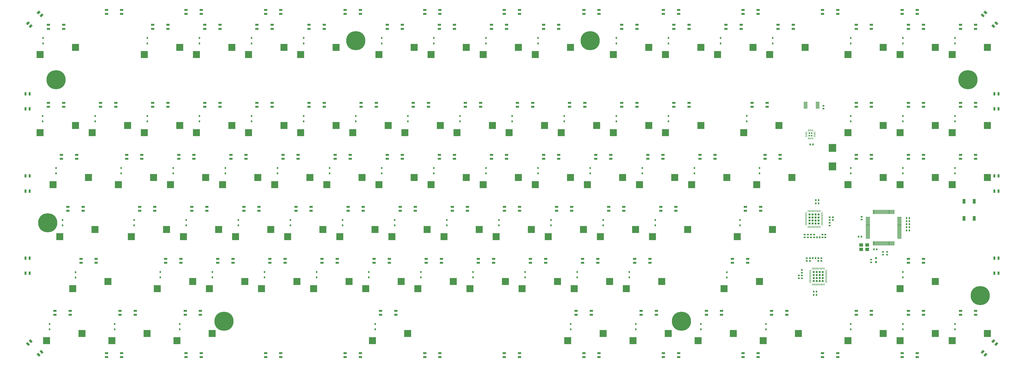
<source format=gbp>
G04 #@! TF.GenerationSoftware,KiCad,Pcbnew,(2017-04-15 revision 60310b3d3)-makepkg*
G04 #@! TF.CreationDate,2017-04-19T10:34:45-04:00*
G04 #@! TF.ProjectId,KType,4B547970652E6B696361645F70636200,1.01a*
G04 #@! TF.FileFunction,Paste,Bot*
G04 #@! TF.FilePolarity,Positive*
%FSLAX46Y46*%
G04 Gerber Fmt 4.6, Leading zero omitted, Abs format (unit mm)*
G04 Created by KiCad (PCBNEW (2017-04-15 revision 60310b3d3)-makepkg) date 04/19/17 10:34:45*
%MOMM*%
%LPD*%
G01*
G04 APERTURE LIST*
%ADD10C,0.150000*%
%ADD11R,0.660000X0.660000*%
%ADD12R,0.200000X0.750000*%
%ADD13R,0.750000X0.200000*%
%ADD14R,2.540000X2.540000*%
%ADD15R,1.244600X0.800000*%
%ADD16C,0.800000*%
%ADD17R,0.800000X1.244600*%
%ADD18R,2.700020X2.948940*%
%ADD19R,1.100000X1.800000*%
%ADD20R,0.540000X0.540000*%
%ADD21R,0.200000X0.800000*%
%ADD22R,0.800000X0.200000*%
%ADD23R,0.500000X0.800000*%
%ADD24R,1.450000X0.300000*%
%ADD25R,0.300000X1.500000*%
%ADD26R,1.500000X0.300000*%
%ADD27R,0.600000X0.650000*%
%ADD28R,0.650000X0.600000*%
%ADD29R,0.797560X0.797560*%
%ADD30R,1.400000X1.200000*%
%ADD31C,7.000000*%
G04 APERTURE END LIST*
D10*
D11*
X318263000Y-127572000D03*
X319363000Y-127572000D03*
X321563000Y-127572000D03*
X320463000Y-127572000D03*
D12*
X322113000Y-126297000D03*
X321713000Y-126297000D03*
X321313000Y-126297000D03*
X320913000Y-126297000D03*
X320513000Y-126297000D03*
X320113000Y-126297000D03*
X319713000Y-126297000D03*
X319313000Y-126297000D03*
X318913000Y-126297000D03*
X318513000Y-126297000D03*
X318113000Y-126297000D03*
X317713000Y-126297000D03*
D13*
X316988000Y-128622000D03*
X316988000Y-129022000D03*
X316988000Y-129422000D03*
X316988000Y-129822000D03*
X316988000Y-130222000D03*
X316988000Y-130622000D03*
X316988000Y-131022000D03*
X316988000Y-131422000D03*
D12*
X320913000Y-132147000D03*
X321313000Y-132147000D03*
X321713000Y-132147000D03*
X322113000Y-132147000D03*
X317713000Y-132147000D03*
X318113000Y-132147000D03*
X318513000Y-132147000D03*
X318913000Y-132147000D03*
X319313000Y-132147000D03*
X319713000Y-132147000D03*
X320113000Y-132147000D03*
X320513000Y-132147000D03*
D13*
X316988000Y-127022000D03*
X316988000Y-127422000D03*
X316988000Y-127822000D03*
X316988000Y-128222000D03*
X322838000Y-131422000D03*
X322838000Y-131022000D03*
X322838000Y-130622000D03*
X322838000Y-130222000D03*
X322838000Y-129822000D03*
X322838000Y-129422000D03*
X322838000Y-129022000D03*
X322838000Y-128622000D03*
X322838000Y-128222000D03*
X322838000Y-127822000D03*
X322838000Y-127422000D03*
X322838000Y-127022000D03*
D11*
X320463000Y-128672000D03*
X321563000Y-128672000D03*
X319363000Y-128672000D03*
X318263000Y-128672000D03*
X318263000Y-130872000D03*
X319363000Y-130872000D03*
X321563000Y-130872000D03*
X320463000Y-130872000D03*
X320463000Y-129772000D03*
X321563000Y-129772000D03*
X319363000Y-129772000D03*
X318263000Y-129772000D03*
X320039000Y-109790000D03*
X318939000Y-109790000D03*
X316739000Y-109790000D03*
X317839000Y-109790000D03*
D12*
X316189000Y-111065000D03*
X316589000Y-111065000D03*
X316989000Y-111065000D03*
X317389000Y-111065000D03*
X317789000Y-111065000D03*
X318189000Y-111065000D03*
X318589000Y-111065000D03*
X318989000Y-111065000D03*
X319389000Y-111065000D03*
X319789000Y-111065000D03*
X320189000Y-111065000D03*
X320589000Y-111065000D03*
D13*
X321314000Y-108740000D03*
X321314000Y-108340000D03*
X321314000Y-107940000D03*
X321314000Y-107540000D03*
X321314000Y-107140000D03*
X321314000Y-106740000D03*
X321314000Y-106340000D03*
X321314000Y-105940000D03*
D12*
X317389000Y-105215000D03*
X316989000Y-105215000D03*
X316589000Y-105215000D03*
X316189000Y-105215000D03*
X320589000Y-105215000D03*
X320189000Y-105215000D03*
X319789000Y-105215000D03*
X319389000Y-105215000D03*
X318989000Y-105215000D03*
X318589000Y-105215000D03*
X318189000Y-105215000D03*
X317789000Y-105215000D03*
D13*
X321314000Y-110340000D03*
X321314000Y-109940000D03*
X321314000Y-109540000D03*
X321314000Y-109140000D03*
X315464000Y-105940000D03*
X315464000Y-106340000D03*
X315464000Y-106740000D03*
X315464000Y-107140000D03*
X315464000Y-107540000D03*
X315464000Y-107940000D03*
X315464000Y-108340000D03*
X315464000Y-108740000D03*
X315464000Y-109140000D03*
X315464000Y-109540000D03*
X315464000Y-109940000D03*
X315464000Y-110340000D03*
D11*
X317839000Y-108690000D03*
X316739000Y-108690000D03*
X318939000Y-108690000D03*
X320039000Y-108690000D03*
X320039000Y-106490000D03*
X318939000Y-106490000D03*
X316739000Y-106490000D03*
X317839000Y-106490000D03*
X317839000Y-107590000D03*
X316739000Y-107590000D03*
X318939000Y-107590000D03*
X320039000Y-107590000D03*
D14*
X349785000Y-47942500D03*
X362685000Y-45339000D03*
X297397000Y-95567500D03*
X310297000Y-92964000D03*
X40222500Y-95567500D03*
X53122500Y-92964000D03*
X47366200Y-133668000D03*
X60266200Y-131064500D03*
X290254000Y-114618000D03*
X303154000Y-112014500D03*
X42603800Y-114618000D03*
X55503800Y-112014500D03*
X35460000Y-76517500D03*
X48360000Y-73914000D03*
X54510000Y-76517500D03*
X67410000Y-73914000D03*
X73560000Y-76517500D03*
X86460000Y-73914000D03*
X92610000Y-76517500D03*
X105510000Y-73914000D03*
X111660000Y-76517500D03*
X124560000Y-73914000D03*
X130710000Y-76517500D03*
X143610000Y-73914000D03*
X149760000Y-76517500D03*
X162660000Y-73914000D03*
X168810000Y-76517500D03*
X181710000Y-73914000D03*
X187860000Y-76517500D03*
X200760000Y-73914000D03*
X206910000Y-76517500D03*
X219810000Y-73914000D03*
X225960000Y-76517500D03*
X238860000Y-73914000D03*
X245010000Y-76517500D03*
X257910000Y-73914000D03*
X264060000Y-76517500D03*
X276960000Y-73914000D03*
X64035000Y-95567500D03*
X76935000Y-92964000D03*
X68797500Y-114618000D03*
X81697500Y-112014500D03*
X78322500Y-133668000D03*
X91222500Y-131064500D03*
X83085000Y-95567500D03*
X95985000Y-92964000D03*
X102135000Y-95567500D03*
X115035000Y-92964000D03*
X121185000Y-95567500D03*
X134085000Y-92964000D03*
X140235000Y-95567500D03*
X153135000Y-92964000D03*
X159285000Y-95567500D03*
X172185000Y-92964000D03*
X178335000Y-95567500D03*
X191235000Y-92964000D03*
X197385000Y-95567500D03*
X210285000Y-92964000D03*
X216435000Y-95567500D03*
X229335000Y-92964000D03*
X235485000Y-95567500D03*
X248385000Y-92964000D03*
X254535000Y-95567500D03*
X267435000Y-92964000D03*
X273585000Y-95567500D03*
X286485000Y-92964000D03*
X259297000Y-114618000D03*
X272197000Y-112014500D03*
X240247000Y-114618000D03*
X253147000Y-112014500D03*
X221197000Y-114618000D03*
X234097000Y-112014500D03*
X202147000Y-114618000D03*
X215047000Y-112014500D03*
X183097000Y-114618000D03*
X195997000Y-112014500D03*
X164047000Y-114618000D03*
X176947000Y-112014500D03*
X144997000Y-114618000D03*
X157897000Y-112014500D03*
X125947000Y-114618000D03*
X138847000Y-112014500D03*
X106897000Y-114618000D03*
X119797000Y-112014500D03*
X87847500Y-114618000D03*
X100747500Y-112014500D03*
X97373000Y-133668000D03*
X110273000Y-131064500D03*
X116423000Y-133668000D03*
X129323000Y-131064500D03*
X135473000Y-133668000D03*
X148373000Y-131064500D03*
X154523000Y-133668000D03*
X167423000Y-131064500D03*
X173573000Y-133668000D03*
X186473000Y-131064500D03*
X211673000Y-133668000D03*
X224573000Y-131064500D03*
X230723000Y-133668000D03*
X243623000Y-131064500D03*
X249773000Y-133668000D03*
X262673000Y-131064500D03*
X73560000Y-47942500D03*
X86460000Y-45339000D03*
X92610000Y-47942500D03*
X105510000Y-45339000D03*
X111660000Y-47942500D03*
X124560000Y-45339000D03*
X130710000Y-47942500D03*
X143610000Y-45339000D03*
X302160000Y-47942500D03*
X315060000Y-45339000D03*
X283110000Y-47942500D03*
X296010000Y-45339000D03*
X264060000Y-47942500D03*
X276960000Y-45339000D03*
X245010000Y-47942500D03*
X257910000Y-45339000D03*
X216435000Y-47942500D03*
X229335000Y-45339000D03*
X197385000Y-47942500D03*
X210285000Y-45339000D03*
X178335000Y-47942500D03*
X191235000Y-45339000D03*
X159285000Y-47942500D03*
X172185000Y-45339000D03*
X330735000Y-47942500D03*
X343635000Y-45339000D03*
X330735000Y-76517500D03*
X343635000Y-73914000D03*
X349785000Y-76517500D03*
X362685000Y-73914000D03*
X368835000Y-76517500D03*
X381735000Y-73914000D03*
X368835000Y-95567500D03*
X381735000Y-92964000D03*
X349785000Y-95567500D03*
X362685000Y-92964000D03*
X330735000Y-95567500D03*
X343635000Y-92964000D03*
X368835000Y-47942500D03*
X381735000Y-45339000D03*
X349785000Y-152718000D03*
X362685000Y-150114500D03*
X368835000Y-152718000D03*
X381735000Y-150114500D03*
X330735000Y-152718000D03*
X343635000Y-150114500D03*
X349785000Y-133668000D03*
X362685000Y-131064500D03*
X37841200Y-152718000D03*
X50741200Y-150114500D03*
X61653800Y-152718000D03*
X74553800Y-150114500D03*
X85466200Y-152718000D03*
X98366200Y-150114500D03*
X228341000Y-152718000D03*
X241241000Y-150114500D03*
X252154000Y-152718000D03*
X265054000Y-150114500D03*
X275966000Y-152718000D03*
X288866000Y-150114500D03*
X299779000Y-152718000D03*
X312679000Y-150114500D03*
X156904000Y-152718000D03*
X169804000Y-150114500D03*
X285491000Y-133668000D03*
X298391000Y-131064500D03*
X292635000Y-76517500D03*
X305535000Y-73914000D03*
X192623000Y-133668000D03*
X205523000Y-131064500D03*
X35460000Y-47942500D03*
X48360000Y-45339000D03*
D15*
X339331300Y-37032500D03*
X339331300Y-38532500D03*
X333768700Y-38532500D03*
X333768700Y-37032500D03*
X44056300Y-37032500D03*
X44056300Y-38532500D03*
X38493700Y-38532500D03*
X38493700Y-37032500D03*
X82156300Y-37032500D03*
X82156300Y-38532500D03*
X76593700Y-38532500D03*
X76593700Y-37032500D03*
X101206300Y-37032500D03*
X101206300Y-38532500D03*
X95643700Y-38532500D03*
X95643700Y-37032500D03*
X120256300Y-37032500D03*
X120256300Y-38532500D03*
X114693700Y-38532500D03*
X114693700Y-37032500D03*
X139306300Y-37032500D03*
X139306300Y-38532500D03*
X133743700Y-38532500D03*
X133743700Y-37032500D03*
X167881300Y-37032500D03*
X167881300Y-38532500D03*
X162318700Y-38532500D03*
X162318700Y-37032500D03*
X186931300Y-37032500D03*
X186931300Y-38532500D03*
X181368700Y-38532500D03*
X181368700Y-37032500D03*
X205981300Y-37032500D03*
X205981300Y-38532500D03*
X200418700Y-38532500D03*
X200418700Y-37032500D03*
X225031300Y-37032500D03*
X225031300Y-38532500D03*
X219468700Y-38532500D03*
X219468700Y-37032500D03*
X253606300Y-37032500D03*
X253606300Y-38532500D03*
X248043700Y-38532500D03*
X248043700Y-37032500D03*
X272656300Y-37032500D03*
X272656300Y-38532500D03*
X267093700Y-38532500D03*
X267093700Y-37032500D03*
X291706300Y-37032500D03*
X291706300Y-38532500D03*
X286143700Y-38532500D03*
X286143700Y-37032500D03*
X310756300Y-37032500D03*
X310756300Y-38532500D03*
X305193700Y-38532500D03*
X305193700Y-37032500D03*
X358381300Y-37032500D03*
X358381300Y-38532500D03*
X352818700Y-38532500D03*
X352818700Y-37032500D03*
X377431300Y-37032500D03*
X377431300Y-38532500D03*
X371868700Y-38532500D03*
X371868700Y-37032500D03*
X44056300Y-65607500D03*
X44056300Y-67107500D03*
X38493700Y-67107500D03*
X38493700Y-65607500D03*
X63106300Y-65607500D03*
X63106300Y-67107500D03*
X57543700Y-67107500D03*
X57543700Y-65607500D03*
X82156300Y-65607500D03*
X82156300Y-67107500D03*
X76593700Y-67107500D03*
X76593700Y-65607500D03*
X101206300Y-65607500D03*
X101206300Y-67107500D03*
X95643700Y-67107500D03*
X95643700Y-65607500D03*
X120256300Y-65607500D03*
X120256300Y-67107500D03*
X114693700Y-67107500D03*
X114693700Y-65607500D03*
X139306300Y-65607500D03*
X139306300Y-67107500D03*
X133743700Y-67107500D03*
X133743700Y-65607500D03*
X158356300Y-65607500D03*
X158356300Y-67107500D03*
X152793700Y-67107500D03*
X152793700Y-65607500D03*
X177406300Y-65607500D03*
X177406300Y-67107500D03*
X171843700Y-67107500D03*
X171843700Y-65607500D03*
X196456300Y-65607500D03*
X196456300Y-67107500D03*
X190893700Y-67107500D03*
X190893700Y-65607500D03*
X215506300Y-65607500D03*
X215506300Y-67107500D03*
X209943700Y-67107500D03*
X209943700Y-65607500D03*
X234556300Y-65607500D03*
X234556300Y-67107500D03*
X228993700Y-67107500D03*
X228993700Y-65607500D03*
X253606300Y-65607500D03*
X253606300Y-67107500D03*
X248043700Y-67107500D03*
X248043700Y-65607500D03*
X272656300Y-65607500D03*
X272656300Y-67107500D03*
X267093700Y-67107500D03*
X267093700Y-65607500D03*
X301231300Y-65607500D03*
X301231300Y-67107500D03*
X295668700Y-67107500D03*
X295668700Y-65607500D03*
X339331300Y-65607500D03*
X339331300Y-67107500D03*
X333768700Y-67107500D03*
X333768700Y-65607500D03*
X358381300Y-65607500D03*
X358381300Y-67107500D03*
X352818700Y-67107500D03*
X352818700Y-65607500D03*
X377431300Y-65607500D03*
X377431300Y-67107500D03*
X371868700Y-67107500D03*
X371868700Y-65607500D03*
X48818800Y-84657500D03*
X48818800Y-86157500D03*
X43256200Y-86157500D03*
X43256200Y-84657500D03*
X72631300Y-84657500D03*
X72631300Y-86157500D03*
X67068700Y-86157500D03*
X67068700Y-84657500D03*
X91681300Y-84657500D03*
X91681300Y-86157500D03*
X86118700Y-86157500D03*
X86118700Y-84657500D03*
X110731300Y-84657500D03*
X110731300Y-86157500D03*
X105168700Y-86157500D03*
X105168700Y-84657500D03*
X129781300Y-84657500D03*
X129781300Y-86157500D03*
X124218700Y-86157500D03*
X124218700Y-84657500D03*
X148831300Y-84657500D03*
X148831300Y-86157500D03*
X143268700Y-86157500D03*
X143268700Y-84657500D03*
X167881300Y-84657500D03*
X167881300Y-86157500D03*
X162318700Y-86157500D03*
X162318700Y-84657500D03*
X186931300Y-84657500D03*
X186931300Y-86157500D03*
X181368700Y-86157500D03*
X181368700Y-84657500D03*
X205981300Y-84657500D03*
X205981300Y-86157500D03*
X200418700Y-86157500D03*
X200418700Y-84657500D03*
X225031300Y-84657500D03*
X225031300Y-86157500D03*
X219468700Y-86157500D03*
X219468700Y-84657500D03*
X244081300Y-84657500D03*
X244081300Y-86157500D03*
X238518700Y-86157500D03*
X238518700Y-84657500D03*
X263131300Y-84657500D03*
X263131300Y-86157500D03*
X257568700Y-86157500D03*
X257568700Y-84657500D03*
X282181300Y-84657500D03*
X282181300Y-86157500D03*
X276618700Y-86157500D03*
X276618700Y-84657500D03*
X305993300Y-84657500D03*
X305993300Y-86157500D03*
X300430700Y-86157500D03*
X300430700Y-84657500D03*
X339331300Y-84657500D03*
X339331300Y-86157500D03*
X333768700Y-86157500D03*
X333768700Y-84657500D03*
X358381300Y-84657500D03*
X358381300Y-86157500D03*
X352818700Y-86157500D03*
X352818700Y-84657500D03*
X377431300Y-84657500D03*
X377431300Y-86157500D03*
X371868700Y-86157500D03*
X371868700Y-84657500D03*
X51200100Y-103708000D03*
X51200100Y-105208000D03*
X45637500Y-105208000D03*
X45637500Y-103708000D03*
X77393800Y-103708000D03*
X77393800Y-105208000D03*
X71831200Y-105208000D03*
X71831200Y-103708000D03*
X96443800Y-103708000D03*
X96443800Y-105208000D03*
X90881200Y-105208000D03*
X90881200Y-103708000D03*
X115493300Y-103708000D03*
X115493300Y-105208000D03*
X109930700Y-105208000D03*
X109930700Y-103708000D03*
X134543300Y-103708000D03*
X134543300Y-105208000D03*
X128980700Y-105208000D03*
X128980700Y-103708000D03*
X153593300Y-103708000D03*
X153593300Y-105208000D03*
X148030700Y-105208000D03*
X148030700Y-103708000D03*
X172643300Y-103708000D03*
X172643300Y-105208000D03*
X167080700Y-105208000D03*
X167080700Y-103708000D03*
X191693300Y-103708000D03*
X191693300Y-105208000D03*
X186130700Y-105208000D03*
X186130700Y-103708000D03*
X210743300Y-103708000D03*
X210743300Y-105208000D03*
X205180700Y-105208000D03*
X205180700Y-103708000D03*
X229793300Y-103708000D03*
X229793300Y-105208000D03*
X224230700Y-105208000D03*
X224230700Y-103708000D03*
X248843300Y-103708000D03*
X248843300Y-105208000D03*
X243280700Y-105208000D03*
X243280700Y-103708000D03*
X267893300Y-103708000D03*
X267893300Y-105208000D03*
X262330700Y-105208000D03*
X262330700Y-103708000D03*
X298850300Y-103708000D03*
X298850300Y-105208000D03*
X293287700Y-105208000D03*
X293287700Y-103708000D03*
X55962500Y-122758000D03*
X55962500Y-124258000D03*
X50399900Y-124258000D03*
X50399900Y-122758000D03*
X86918800Y-122758000D03*
X86918800Y-124258000D03*
X81356200Y-124258000D03*
X81356200Y-122758000D03*
X105969300Y-122758000D03*
X105969300Y-124258000D03*
X100406700Y-124258000D03*
X100406700Y-122758000D03*
X125019300Y-122758000D03*
X125019300Y-124258000D03*
X119456700Y-124258000D03*
X119456700Y-122758000D03*
X144069300Y-122758000D03*
X144069300Y-124258000D03*
X138506700Y-124258000D03*
X138506700Y-122758000D03*
X163119300Y-122758000D03*
X163119300Y-124258000D03*
X157556700Y-124258000D03*
X157556700Y-122758000D03*
X182169300Y-122758000D03*
X182169300Y-124258000D03*
X176606700Y-124258000D03*
X176606700Y-122758000D03*
X201219300Y-122758000D03*
X201219300Y-124258000D03*
X195656700Y-124258000D03*
X195656700Y-122758000D03*
X220269300Y-122758000D03*
X220269300Y-124258000D03*
X214706700Y-124258000D03*
X214706700Y-122758000D03*
X239319300Y-122758000D03*
X239319300Y-124258000D03*
X233756700Y-124258000D03*
X233756700Y-122758000D03*
X258369300Y-122758000D03*
X258369300Y-124258000D03*
X252806700Y-124258000D03*
X252806700Y-122758000D03*
X294087300Y-122758000D03*
X294087300Y-124258000D03*
X288524700Y-124258000D03*
X288524700Y-122758000D03*
X358381300Y-122758000D03*
X358381300Y-124258000D03*
X352818700Y-124258000D03*
X352818700Y-122758000D03*
X46437500Y-141808000D03*
X46437500Y-143308000D03*
X40874900Y-143308000D03*
X40874900Y-141808000D03*
X70250100Y-141808000D03*
X70250100Y-143308000D03*
X64687500Y-143308000D03*
X64687500Y-141808000D03*
X94062500Y-141808000D03*
X94062500Y-143308000D03*
X88499900Y-143308000D03*
X88499900Y-141808000D03*
X165500300Y-141808000D03*
X165500300Y-143308000D03*
X159937700Y-143308000D03*
X159937700Y-141808000D03*
X236937300Y-141808000D03*
X236937300Y-143308000D03*
X231374700Y-143308000D03*
X231374700Y-141808000D03*
X260750300Y-141808000D03*
X260750300Y-143308000D03*
X255187700Y-143308000D03*
X255187700Y-141808000D03*
X284562300Y-141808000D03*
X284562300Y-143308000D03*
X278999700Y-143308000D03*
X278999700Y-141808000D03*
X308375300Y-141808000D03*
X308375300Y-143308000D03*
X302812700Y-143308000D03*
X302812700Y-141808000D03*
X339331300Y-141808000D03*
X339331300Y-143308000D03*
X333768700Y-143308000D03*
X333768700Y-141808000D03*
X358381300Y-141808000D03*
X358381300Y-143308000D03*
X352818700Y-143308000D03*
X352818700Y-141808000D03*
X377431300Y-141808000D03*
X377431300Y-143308000D03*
X371868700Y-143308000D03*
X371868700Y-141808000D03*
X176034700Y-33071500D03*
X176034700Y-31571500D03*
X181597300Y-31571500D03*
X181597300Y-33071500D03*
D16*
X34900846Y-32491494D03*
D10*
G36*
X35058036Y-31768619D02*
X35623721Y-32334304D01*
X34743656Y-33214369D01*
X34177971Y-32648684D01*
X35058036Y-31768619D01*
X35058036Y-31768619D01*
G37*
D16*
X35961506Y-33552154D03*
D10*
G36*
X36118696Y-32829279D02*
X36684381Y-33394964D01*
X35804316Y-34275029D01*
X35238631Y-33709344D01*
X36118696Y-32829279D01*
X36118696Y-32829279D01*
G37*
D16*
X32028154Y-37485506D03*
D10*
G36*
X32185344Y-36762631D02*
X32751029Y-37328316D01*
X31870964Y-38208381D01*
X31305279Y-37642696D01*
X32185344Y-36762631D01*
X32185344Y-36762631D01*
G37*
D16*
X30967494Y-36424846D03*
D10*
G36*
X31124684Y-35701971D02*
X31690369Y-36267656D01*
X30810304Y-37147721D01*
X30244619Y-36582036D01*
X31124684Y-35701971D01*
X31124684Y-35701971D01*
G37*
D15*
X88785700Y-33071500D03*
X88785700Y-31571500D03*
X94348300Y-31571500D03*
X94348300Y-33071500D03*
X117868700Y-33071500D03*
X117868700Y-31571500D03*
X123431300Y-31571500D03*
X123431300Y-33071500D03*
X146951700Y-33071500D03*
X146951700Y-31571500D03*
X152514300Y-31571500D03*
X152514300Y-33071500D03*
X205117700Y-33071500D03*
X205117700Y-31571500D03*
X210680300Y-31571500D03*
X210680300Y-33071500D03*
X234200700Y-33071500D03*
X234200700Y-31571500D03*
X239763300Y-31571500D03*
X239763300Y-33071500D03*
X263283700Y-33071500D03*
X263283700Y-31571500D03*
X268846300Y-31571500D03*
X268846300Y-33071500D03*
X292366700Y-33071500D03*
X292366700Y-31571500D03*
X297929300Y-31571500D03*
X297929300Y-33071500D03*
X321449700Y-33071500D03*
X321449700Y-31571500D03*
X327012300Y-31571500D03*
X327012300Y-33071500D03*
X350532700Y-33071500D03*
X350532700Y-31571500D03*
X356095300Y-31571500D03*
X356095300Y-33071500D03*
D16*
X384957006Y-36424846D03*
D10*
G36*
X385679881Y-36582036D02*
X385114196Y-37147721D01*
X384234131Y-36267656D01*
X384799816Y-35701971D01*
X385679881Y-36582036D01*
X385679881Y-36582036D01*
G37*
D16*
X383896346Y-37485506D03*
D10*
G36*
X384619221Y-37642696D02*
X384053536Y-38208381D01*
X383173471Y-37328316D01*
X383739156Y-36762631D01*
X384619221Y-37642696D01*
X384619221Y-37642696D01*
G37*
D16*
X379962994Y-33552154D03*
D10*
G36*
X380685869Y-33709344D02*
X380120184Y-34275029D01*
X379240119Y-33394964D01*
X379805804Y-32829279D01*
X380685869Y-33709344D01*
X380685869Y-33709344D01*
G37*
D16*
X381023654Y-32491494D03*
D10*
G36*
X381746529Y-32648684D02*
X381180844Y-33214369D01*
X380300779Y-32334304D01*
X380866464Y-31768619D01*
X381746529Y-32648684D01*
X381746529Y-32648684D01*
G37*
D17*
X384314000Y-62306200D03*
X385814000Y-62306200D03*
X385814000Y-67868800D03*
X384314000Y-67868800D03*
X384314000Y-92405200D03*
X385814000Y-92405200D03*
X385814000Y-97967800D03*
X384314000Y-97967800D03*
X384314000Y-122504700D03*
X385814000Y-122504700D03*
X385814000Y-128067300D03*
X384314000Y-128067300D03*
D16*
X381023654Y-157881006D03*
D10*
G36*
X380866464Y-158603881D02*
X380300779Y-158038196D01*
X381180844Y-157158131D01*
X381746529Y-157723816D01*
X380866464Y-158603881D01*
X380866464Y-158603881D01*
G37*
D16*
X379962994Y-156820346D03*
D10*
G36*
X379805804Y-157543221D02*
X379240119Y-156977536D01*
X380120184Y-156097471D01*
X380685869Y-156663156D01*
X379805804Y-157543221D01*
X379805804Y-157543221D01*
G37*
D16*
X383896346Y-152886994D03*
D10*
G36*
X383739156Y-153609869D02*
X383173471Y-153044184D01*
X384053536Y-152164119D01*
X384619221Y-152729804D01*
X383739156Y-153609869D01*
X383739156Y-153609869D01*
G37*
D16*
X384957006Y-153947654D03*
D10*
G36*
X384799816Y-154670529D02*
X384234131Y-154104844D01*
X385114196Y-153224779D01*
X385679881Y-153790464D01*
X384799816Y-154670529D01*
X384799816Y-154670529D01*
G37*
D15*
X356095300Y-157302000D03*
X356095300Y-158802000D03*
X350532700Y-158802000D03*
X350532700Y-157302000D03*
X327012300Y-157302000D03*
X327012300Y-158802000D03*
X321449700Y-158802000D03*
X321449700Y-157302000D03*
X297929300Y-157302000D03*
X297929300Y-158802000D03*
X292366700Y-158802000D03*
X292366700Y-157302000D03*
X268846300Y-157302000D03*
X268846300Y-158802000D03*
X263283700Y-158802000D03*
X263283700Y-157302000D03*
X239763300Y-157302000D03*
X239763300Y-158802000D03*
X234200700Y-158802000D03*
X234200700Y-157302000D03*
X210680300Y-157302000D03*
X210680300Y-158802000D03*
X205117700Y-158802000D03*
X205117700Y-157302000D03*
X181597300Y-157302000D03*
X181597300Y-158802000D03*
X176034700Y-158802000D03*
X176034700Y-157302000D03*
X152514300Y-157302000D03*
X152514300Y-158802000D03*
X146951700Y-158802000D03*
X146951700Y-157302000D03*
X123431300Y-157302000D03*
X123431300Y-158802000D03*
X117868700Y-158802000D03*
X117868700Y-157302000D03*
X94348300Y-157302000D03*
X94348300Y-158802000D03*
X88785700Y-158802000D03*
X88785700Y-157302000D03*
X65265300Y-157302000D03*
X65265300Y-158802000D03*
X59702700Y-158802000D03*
X59702700Y-157302000D03*
D16*
X30967494Y-153947654D03*
D10*
G36*
X30244619Y-153790464D02*
X30810304Y-153224779D01*
X31690369Y-154104844D01*
X31124684Y-154670529D01*
X30244619Y-153790464D01*
X30244619Y-153790464D01*
G37*
D16*
X32028154Y-152886994D03*
D10*
G36*
X31305279Y-152729804D02*
X31870964Y-152164119D01*
X32751029Y-153044184D01*
X32185344Y-153609869D01*
X31305279Y-152729804D01*
X31305279Y-152729804D01*
G37*
D16*
X35961506Y-156820346D03*
D10*
G36*
X35238631Y-156663156D02*
X35804316Y-156097471D01*
X36684381Y-156977536D01*
X36118696Y-157543221D01*
X35238631Y-156663156D01*
X35238631Y-156663156D01*
G37*
D16*
X34900846Y-157881006D03*
D10*
G36*
X34177971Y-157723816D02*
X34743656Y-157158131D01*
X35623721Y-158038196D01*
X35058036Y-158603881D01*
X34177971Y-157723816D01*
X34177971Y-157723816D01*
G37*
D17*
X31611000Y-128067300D03*
X30111000Y-128067300D03*
X30111000Y-122504700D03*
X31611000Y-122504700D03*
X31611000Y-97967800D03*
X30111000Y-97967800D03*
X30111000Y-92405200D03*
X31611000Y-92405200D03*
X31611000Y-67868800D03*
X30111000Y-67868800D03*
X30111000Y-62306200D03*
X31611000Y-62306200D03*
D15*
X59702700Y-33071500D03*
X59702700Y-31571500D03*
X65265300Y-31571500D03*
X65265300Y-33071500D03*
D18*
X325120000Y-88910160D03*
X325120000Y-82158840D03*
D19*
X376913000Y-107938000D03*
X373213000Y-107938000D03*
X376913000Y-101738000D03*
X373213000Y-101738000D03*
D20*
X316605000Y-77634200D03*
D21*
X316255000Y-78684200D03*
X317855000Y-78684200D03*
X317455000Y-78684200D03*
X316655000Y-78684200D03*
X317055000Y-78684200D03*
X317055000Y-75684200D03*
X316655000Y-75684200D03*
X317455000Y-75684200D03*
X317855000Y-75684200D03*
X316255000Y-75684200D03*
D22*
X318555000Y-76384200D03*
X318555000Y-77984200D03*
X318555000Y-77584200D03*
X318555000Y-76784200D03*
X318555000Y-77184200D03*
X315555000Y-77184200D03*
X315555000Y-76784200D03*
X315555000Y-77584200D03*
X315555000Y-77984200D03*
X315555000Y-76384200D03*
D20*
X317505000Y-77634200D03*
X317505000Y-76734200D03*
X316605000Y-76734200D03*
D23*
X260350000Y-108538000D03*
X260350000Y-110538000D03*
X369888000Y-146638000D03*
X369888000Y-148638000D03*
X350838000Y-146638000D03*
X350838000Y-148638000D03*
X331788000Y-146638000D03*
X331788000Y-148638000D03*
X300831000Y-146638000D03*
X300831000Y-148638000D03*
X277019000Y-146638000D03*
X277019000Y-148638000D03*
X253206000Y-146638000D03*
X253206000Y-148638000D03*
X229394000Y-146638000D03*
X229394000Y-148638000D03*
X157956000Y-146638000D03*
X157956000Y-148638000D03*
X86518800Y-146638000D03*
X86518800Y-148638000D03*
X62706200Y-146638000D03*
X62706200Y-148638000D03*
X38893800Y-146638000D03*
X38893800Y-148638000D03*
X350838000Y-127588000D03*
X350838000Y-129588000D03*
X286512000Y-127651000D03*
X286512000Y-129651000D03*
X250825000Y-127588000D03*
X250825000Y-129588000D03*
X231775000Y-127588000D03*
X231775000Y-129588000D03*
X212725000Y-127588000D03*
X212725000Y-129588000D03*
X193675000Y-127588000D03*
X193675000Y-129588000D03*
X174625000Y-127588000D03*
X174625000Y-129588000D03*
X155575000Y-127588000D03*
X155575000Y-129588000D03*
X136525000Y-127588000D03*
X136525000Y-129588000D03*
X117475000Y-127588000D03*
X117475000Y-129588000D03*
X98425000Y-127588000D03*
X98425000Y-129588000D03*
X79375000Y-127588000D03*
X79375000Y-129588000D03*
X48387000Y-127651000D03*
X48387000Y-129651000D03*
X291305000Y-108538000D03*
X291305000Y-110538000D03*
X241300000Y-108538000D03*
X241300000Y-110538000D03*
X222250000Y-108538000D03*
X222250000Y-110538000D03*
X203200000Y-108538000D03*
X203200000Y-110538000D03*
X184150000Y-108538000D03*
X184150000Y-110538000D03*
X165100000Y-108538000D03*
X165100000Y-110538000D03*
X146050000Y-108538000D03*
X146050000Y-110538000D03*
X127000000Y-108538000D03*
X127000000Y-110538000D03*
X107950000Y-108538000D03*
X107950000Y-110538000D03*
X88900000Y-108538000D03*
X88900000Y-110538000D03*
X69850000Y-108538000D03*
X69850000Y-110538000D03*
X43656200Y-108538000D03*
X43656200Y-110538000D03*
X369888000Y-89487500D03*
X369888000Y-91487500D03*
X350838000Y-89487500D03*
X350838000Y-91487500D03*
X331788000Y-89487500D03*
X331788000Y-91487500D03*
X298450000Y-89487500D03*
X298450000Y-91487500D03*
X274638000Y-89487500D03*
X274638000Y-91487500D03*
X255588000Y-89487500D03*
X255588000Y-91487500D03*
X236538000Y-89487500D03*
X236538000Y-91487500D03*
X217488000Y-89487500D03*
X217488000Y-91487500D03*
X198438000Y-89487500D03*
X198438000Y-91487500D03*
X179388000Y-89487500D03*
X179388000Y-91487500D03*
X160338000Y-89487500D03*
X160338000Y-91487500D03*
X141288000Y-89487500D03*
X141288000Y-91487500D03*
X122238000Y-89487500D03*
X122238000Y-91487500D03*
X103188000Y-89487500D03*
X103188000Y-91487500D03*
X84137500Y-89487500D03*
X84137500Y-91487500D03*
X65087500Y-89487500D03*
X65087500Y-91487500D03*
X41275000Y-89487500D03*
X41275000Y-91487500D03*
X369888000Y-70437500D03*
X369888000Y-72437500D03*
X350838000Y-70437500D03*
X350838000Y-72437500D03*
X331788000Y-70437500D03*
X331788000Y-72437500D03*
X293751000Y-70374000D03*
X293751000Y-72374000D03*
X265112000Y-70437500D03*
X265112000Y-72437500D03*
X246062000Y-70437500D03*
X246062000Y-72437500D03*
X227012000Y-70437500D03*
X227012000Y-72437500D03*
X207962000Y-70437500D03*
X207962000Y-72437500D03*
X188912000Y-70437500D03*
X188912000Y-72437500D03*
X169862000Y-70437500D03*
X169862000Y-72437500D03*
X150812000Y-70437500D03*
X150812000Y-72437500D03*
X131762000Y-70437500D03*
X131762000Y-72437500D03*
X112712000Y-70437500D03*
X112712000Y-72437500D03*
X93662500Y-70437500D03*
X93662500Y-72437500D03*
X74612500Y-70437500D03*
X74612500Y-72437500D03*
X55562500Y-70437500D03*
X55562500Y-72437500D03*
X36385500Y-70437500D03*
X36385500Y-72437500D03*
X369888000Y-41862500D03*
X369888000Y-43862500D03*
X350838000Y-41862500D03*
X350838000Y-43862500D03*
X331788000Y-41862500D03*
X331788000Y-43862500D03*
X303212000Y-41862500D03*
X303212000Y-43862500D03*
X284162000Y-41862500D03*
X284162000Y-43862500D03*
X265112000Y-41862500D03*
X265112000Y-43862500D03*
X246062000Y-41862500D03*
X246062000Y-43862500D03*
X217488000Y-41862500D03*
X217488000Y-43862500D03*
X198438000Y-41862500D03*
X198438000Y-43862500D03*
X179388000Y-41862500D03*
X179388000Y-43862500D03*
X160338000Y-41862500D03*
X160338000Y-43862500D03*
X131762000Y-41862500D03*
X131762000Y-43862500D03*
X112712000Y-41862500D03*
X112712000Y-43862500D03*
X93662500Y-41862500D03*
X93662500Y-43862500D03*
X74612500Y-41862500D03*
X74612500Y-43862500D03*
X36512500Y-41862500D03*
X36512500Y-43862500D03*
D24*
X315236000Y-66952800D03*
X315236000Y-67452800D03*
X315236000Y-65452800D03*
X315236000Y-65952800D03*
X315236000Y-66452800D03*
X319636000Y-67452800D03*
X319636000Y-66952800D03*
X319636000Y-65452800D03*
X319636000Y-65952800D03*
X319636000Y-66452800D03*
D25*
X347539000Y-105629000D03*
X347039000Y-105629000D03*
X346539000Y-105629000D03*
X346039000Y-105629000D03*
X345539000Y-105629000D03*
X345039000Y-105629000D03*
X344539000Y-105629000D03*
X344039000Y-105629000D03*
X343539000Y-105629000D03*
X343039000Y-105629000D03*
X342539000Y-105629000D03*
X342039000Y-105629000D03*
X341539000Y-105629000D03*
X341039000Y-105629000D03*
X340539000Y-105629000D03*
X340039000Y-105629000D03*
D26*
X338039000Y-107629000D03*
X338039000Y-108129000D03*
X338039000Y-108629000D03*
X338039000Y-109129000D03*
X338039000Y-109629000D03*
X338039000Y-110129000D03*
X338039000Y-110629000D03*
X338039000Y-111129000D03*
X338039000Y-111629000D03*
X338039000Y-112129000D03*
X338039000Y-112629000D03*
X338039000Y-113129000D03*
X338039000Y-113629000D03*
X338039000Y-114129000D03*
X338039000Y-114629000D03*
X338039000Y-115129000D03*
D25*
X340039000Y-117129000D03*
X340539000Y-117129000D03*
X341039000Y-117129000D03*
X341539000Y-117129000D03*
X342039000Y-117129000D03*
X342539000Y-117129000D03*
X343039000Y-117129000D03*
X343539000Y-117129000D03*
X344039000Y-117129000D03*
X344539000Y-117129000D03*
X345039000Y-117129000D03*
X345539000Y-117129000D03*
X346039000Y-117129000D03*
X346539000Y-117129000D03*
X347039000Y-117129000D03*
X347539000Y-117129000D03*
D26*
X349539000Y-115129000D03*
X349539000Y-114629000D03*
X349539000Y-114129000D03*
X349539000Y-113629000D03*
X349539000Y-113129000D03*
X349539000Y-112629000D03*
X349539000Y-112129000D03*
X349539000Y-111629000D03*
X349539000Y-111129000D03*
X349539000Y-110629000D03*
X349539000Y-110129000D03*
X349539000Y-109629000D03*
X349539000Y-109129000D03*
X349539000Y-108629000D03*
X349539000Y-108129000D03*
X349539000Y-107629000D03*
D27*
X352179000Y-110109000D03*
X353179000Y-110109000D03*
X352179000Y-108966000D03*
X353179000Y-108966000D03*
D28*
X339217000Y-123008000D03*
X339217000Y-124008000D03*
X343535000Y-121214000D03*
X343535000Y-120214000D03*
X345059000Y-121214000D03*
X345059000Y-120214000D03*
X321818000Y-66746500D03*
X321818000Y-67746500D03*
D27*
X318000000Y-80899000D03*
X317000000Y-80899000D03*
D28*
X335788000Y-108386000D03*
X335788000Y-107386000D03*
D27*
X334653000Y-114618000D03*
X335653000Y-114618000D03*
X340241000Y-119316000D03*
X341241000Y-119316000D03*
X353179000Y-111188000D03*
X352179000Y-111188000D03*
X353179000Y-107886000D03*
X352179000Y-107886000D03*
X353179000Y-112332000D03*
X352179000Y-112332000D03*
X320032000Y-102426000D03*
X319032000Y-102426000D03*
X320032000Y-101282000D03*
X319032000Y-101282000D03*
D28*
X324104000Y-108514000D03*
X324104000Y-107514000D03*
X325247000Y-108514000D03*
X325247000Y-107514000D03*
X321437000Y-114863500D03*
X321437000Y-113863500D03*
X322453000Y-114863500D03*
X322453000Y-113863500D03*
D27*
X317889000Y-122492000D03*
X318889000Y-122492000D03*
X318270000Y-134810000D03*
X319270000Y-134810000D03*
X318270000Y-135954000D03*
X319270000Y-135954000D03*
D28*
X313944000Y-128850000D03*
X313944000Y-129850000D03*
X312801000Y-128850000D03*
X312801000Y-129850000D03*
X316865000Y-122500000D03*
X316865000Y-123500000D03*
X315722000Y-122500000D03*
X315722000Y-123500000D03*
X318389000Y-113863500D03*
X318389000Y-114863500D03*
X317246000Y-113863500D03*
X317246000Y-114863500D03*
X316103000Y-113863500D03*
X316103000Y-114863500D03*
X314960000Y-114863500D03*
X314960000Y-113863500D03*
X324104000Y-109546000D03*
X324104000Y-110546000D03*
X319913000Y-123500000D03*
X319913000Y-122500000D03*
X321056000Y-123500000D03*
X321056000Y-122500000D03*
X313944000Y-127818000D03*
X313944000Y-126818000D03*
D27*
X320413000Y-114871500D03*
X319413000Y-114871500D03*
D29*
X340995000Y-124003300D03*
X340995000Y-122504700D03*
D30*
X335577000Y-117691000D03*
X335577000Y-119291000D03*
X337777000Y-119291000D03*
X337777000Y-117691000D03*
D31*
X38265000Y-109540000D03*
X102705000Y-145640000D03*
X269875000Y-145640000D03*
X236535000Y-42869500D03*
X150805000Y-42869500D03*
X41275000Y-57149500D03*
X379095000Y-136202000D03*
X374650000Y-57150000D03*
M02*

</source>
